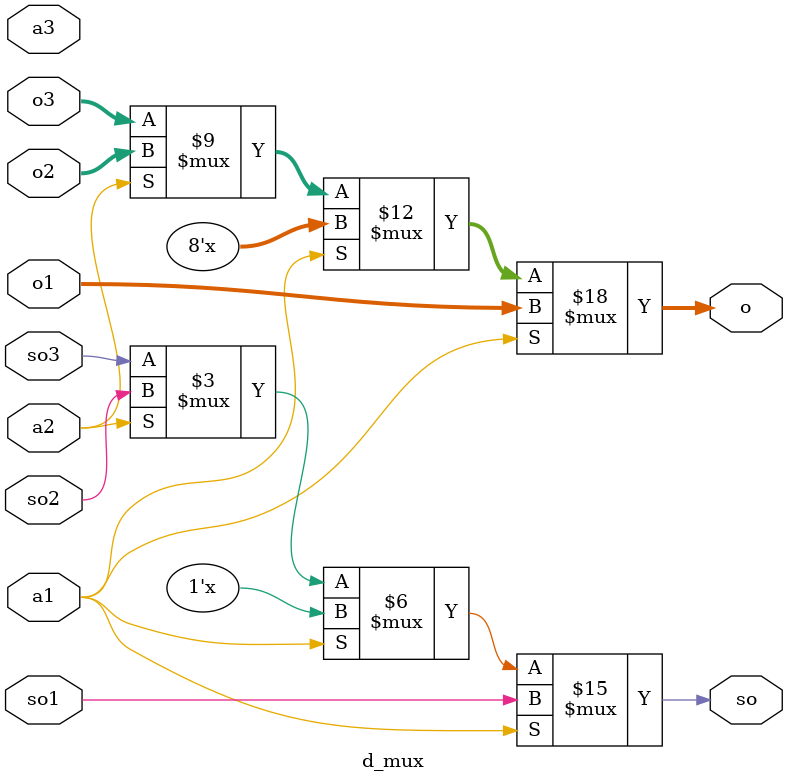
<source format=v>
module d_mux( input wire a1, input wire a2, input wire a3, input wire [7:0] o1, input wire [7:0] o2, input wire [7:0] o3, output reg [7:0] o, input wire so1, input wire so2, input wire so3, output reg so);

always @(*) begin
	if(a1) begin o = o1; so = so1; end
	else if (a2) begin o = o2; so = so2; end
	else begin o = o3; so = so3; end
end
endmodule

</source>
